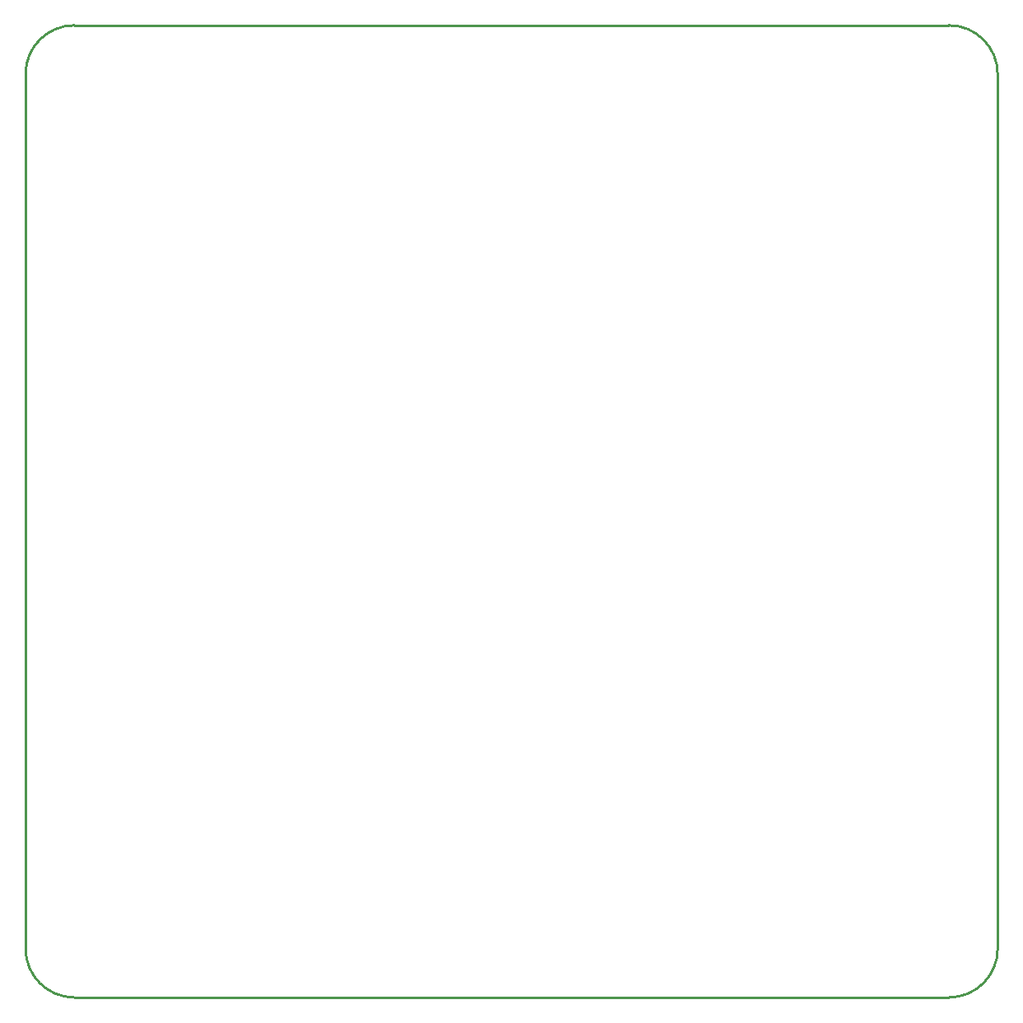
<source format=gko>
G04 Layer: BoardOutlineLayer*
G04 EasyEDA v6.5.20, 2023-09-17 03:17:05*
G04 a67cddfb3fce44daa9051d46cbbcc19f,10*
G04 Gerber Generator version 0.2*
G04 Scale: 100 percent, Rotated: No, Reflected: No *
G04 Dimensions in millimeters *
G04 leading zeros omitted , absolute positions ,4 integer and 5 decimal *
%FSLAX45Y45*%
%MOMM*%

%ADD10C,0.2540*%
D10*
X0Y499998D02*
G01*
X0Y9499980D01*
X9499981Y0D02*
G01*
X499998Y0D01*
X9999979Y9499980D02*
G01*
X9999979Y499998D01*
X499998Y9999979D02*
G01*
X9499981Y9999979D01*
G75*
G01*
X9499981Y9999980D02*
G02*
X9999980Y9499981I0J-499999D01*
G75*
G01*
X9999980Y499999D02*
G02*
X9499981Y0I-499999J0D01*
G75*
G01*
X499999Y0D02*
G02*
X0Y499999I0J499999D01*
G75*
G01*
X0Y9499981D02*
G02*
X499999Y9999980I499999J0D01*
G75*
G01*
X499999Y0D02*
G02*
X0Y499999I0J499999D01*

%LPD*%
M02*

</source>
